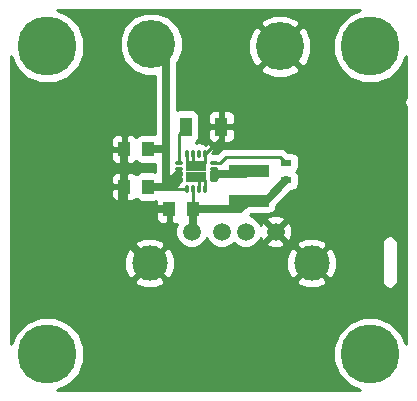
<source format=gbr>
G04 #@! TF.FileFunction,Copper,L1,Top,Signal*
%FSLAX46Y46*%
G04 Gerber Fmt 4.6, Leading zero omitted, Abs format (unit mm)*
G04 Created by KiCad (PCBNEW (2015-07-31 BZR 6030)-product) date Sat Sep 12 09:46:02 2015*
%MOMM*%
G01*
G04 APERTURE LIST*
%ADD10C,0.100000*%
%ADD11C,5.000000*%
%ADD12R,1.000000X1.250000*%
%ADD13R,1.000000X1.600000*%
%ADD14C,1.501140*%
%ADD15C,2.999740*%
%ADD16R,3.400000X0.980000*%
%ADD17R,0.900000X0.500000*%
%ADD18O,0.750000X0.300000*%
%ADD19O,0.300000X0.750000*%
%ADD20R,0.900000X0.900000*%
%ADD21C,4.064000*%
%ADD22C,0.700000*%
%ADD23C,0.250000*%
%ADD24C,0.635000*%
%ADD25C,0.254000*%
G04 APERTURE END LIST*
D10*
D11*
X130811800Y-46265400D03*
X130811800Y-72300400D03*
X158116800Y-72300400D03*
D12*
X139316800Y-54950400D03*
X137316800Y-54950400D03*
X139316800Y-58125400D03*
X137316800Y-58125400D03*
D13*
X142531800Y-53045400D03*
X145531800Y-53045400D03*
D12*
X143126800Y-60030400D03*
X141126800Y-60030400D03*
D14*
X150127800Y-61935400D03*
X147587800Y-61935400D03*
X145555800Y-61935400D03*
X143015800Y-61935400D03*
D15*
X153175800Y-64602400D03*
X139459800Y-64602400D03*
D16*
X147841800Y-56770400D03*
X147841800Y-59310400D03*
D17*
X151016800Y-57605400D03*
X151016800Y-56105400D03*
D18*
X144871800Y-57605400D03*
X144871800Y-57105400D03*
X144871800Y-56605400D03*
X144871800Y-56105400D03*
D19*
X144146800Y-55380400D03*
X143646800Y-55380400D03*
X143146800Y-55380400D03*
X142646800Y-55380400D03*
D18*
X141921800Y-56105400D03*
X141921800Y-56605400D03*
X141921800Y-57105400D03*
X141921800Y-57605400D03*
D19*
X142646800Y-58330400D03*
X143146800Y-58330400D03*
X143646800Y-58330400D03*
X144146800Y-58330400D03*
D20*
X142946800Y-56405400D03*
X142946800Y-57305400D03*
X143846800Y-56405400D03*
X143846800Y-57305400D03*
D21*
X150496800Y-46265400D03*
X139586800Y-46060400D03*
D11*
X158116800Y-46265400D03*
D22*
X142946800Y-57305400D03*
X142946800Y-56405400D03*
X143846800Y-56405400D03*
X143846800Y-57305400D03*
D23*
X144146800Y-56105400D02*
X143846800Y-56405400D01*
X145531800Y-53045400D02*
X145531800Y-53995400D01*
X145531800Y-53995400D02*
X144146800Y-55380400D01*
D24*
X141126800Y-60030400D02*
X137161800Y-60030400D01*
X137316800Y-54950400D02*
X137316800Y-58125400D01*
X137316800Y-58125400D02*
X137161800Y-58280400D01*
X137161800Y-58280400D02*
X137161800Y-60030400D01*
X137161800Y-60030400D02*
X137161800Y-62304400D01*
X137161800Y-62304400D02*
X139459800Y-64602400D01*
D23*
X144146800Y-55380400D02*
X144146800Y-56105400D01*
X143646800Y-58330400D02*
X143646800Y-57505400D01*
X143646800Y-57505400D02*
X143846800Y-57305400D01*
X144146800Y-58330400D02*
X144146800Y-57605400D01*
X144146800Y-57605400D02*
X143846800Y-57305400D01*
X142646800Y-55380400D02*
X142646800Y-56105400D01*
X142646800Y-56105400D02*
X142946800Y-56405400D01*
X143146800Y-55380400D02*
X143146800Y-56205400D01*
X143146800Y-56205400D02*
X142946800Y-56405400D01*
X141921800Y-56605400D02*
X141921800Y-57105400D01*
X142646800Y-58330400D02*
X141606800Y-58330400D01*
X141606800Y-58330400D02*
X141401800Y-58125400D01*
X141921800Y-56605400D02*
X141036800Y-57490400D01*
D24*
X141921800Y-57105400D02*
X141536800Y-57490400D01*
X141536800Y-57490400D02*
X141036800Y-57490400D01*
X141036800Y-57490400D02*
X140856800Y-57490400D01*
X141921800Y-57605400D02*
X141401800Y-58125400D01*
X141401800Y-58125400D02*
X140856800Y-58125400D01*
X139316800Y-58125400D02*
X140856800Y-58125400D01*
X140856800Y-57490400D02*
X140856800Y-54950400D01*
X140856800Y-58125400D02*
X140856800Y-57490400D01*
X139316800Y-54950400D02*
X140856800Y-54950400D01*
X139586800Y-46060400D02*
X140856800Y-47330400D01*
X140856800Y-47330400D02*
X140856800Y-54950400D01*
D23*
X143146800Y-58330400D02*
X143146800Y-60010400D01*
X143146800Y-60010400D02*
X143126800Y-60030400D01*
D24*
X151016800Y-57605400D02*
X149311800Y-59310400D01*
X149311800Y-59310400D02*
X147841800Y-59310400D01*
X147841800Y-59310400D02*
X147121800Y-60030400D01*
X147121800Y-60030400D02*
X143126800Y-60030400D01*
X143126800Y-60030400D02*
X143126800Y-61824400D01*
X143126800Y-61824400D02*
X143015800Y-61935400D01*
D23*
X141921800Y-56105400D02*
X141921800Y-53655400D01*
X141921800Y-53655400D02*
X142531800Y-53045400D01*
X144871800Y-57605400D02*
X144871800Y-56605400D01*
X144871800Y-56605400D02*
X144666800Y-56810400D01*
X144666800Y-56810400D02*
X144666800Y-57490400D01*
X144666800Y-57490400D02*
X144871800Y-57605400D01*
X144871800Y-57605400D02*
X145706800Y-56770400D01*
X145706800Y-56770400D02*
X147841800Y-56770400D01*
X144871800Y-56605400D02*
X144871800Y-56650400D01*
X144871800Y-56650400D02*
X144991800Y-56770400D01*
X144991800Y-56770400D02*
X147841800Y-56770400D01*
D24*
X144871800Y-57105400D02*
X147506800Y-57105400D01*
X147506800Y-57105400D02*
X147841800Y-56770400D01*
D23*
X144871800Y-56105400D02*
X145416800Y-56105400D01*
X150496800Y-55585400D02*
X151016800Y-56105400D01*
X145936800Y-55585400D02*
X150496800Y-55585400D01*
X145416800Y-56105400D02*
X145936800Y-55585400D01*
D25*
G36*
X156343285Y-43606127D02*
X155460626Y-44487247D01*
X154982346Y-45639074D01*
X154981257Y-46886254D01*
X155457527Y-48038915D01*
X156338647Y-48921574D01*
X157490474Y-49399854D01*
X158737654Y-49400943D01*
X159890315Y-48924673D01*
X160772974Y-48043553D01*
X161164800Y-47099931D01*
X161164800Y-50589520D01*
X161063543Y-50741062D01*
X161011400Y-51003200D01*
X161063543Y-51265338D01*
X161164800Y-51416880D01*
X161164800Y-71467676D01*
X160776073Y-70526885D01*
X159894953Y-69644226D01*
X158743126Y-69165946D01*
X157495946Y-69164857D01*
X156343285Y-69641127D01*
X155460626Y-70522247D01*
X154982346Y-71674074D01*
X154981257Y-72921254D01*
X155457527Y-74073915D01*
X156338647Y-74956574D01*
X157282269Y-75348400D01*
X131644524Y-75348400D01*
X132585315Y-74959673D01*
X133467974Y-74078553D01*
X133946254Y-72926726D01*
X133947343Y-71679546D01*
X133471073Y-70526885D01*
X132589953Y-69644226D01*
X131438126Y-69165946D01*
X130190946Y-69164857D01*
X129038285Y-69641127D01*
X128155626Y-70522247D01*
X127763800Y-71465869D01*
X127763800Y-66116277D01*
X138125528Y-66116277D01*
X138285295Y-66435032D01*
X139076017Y-66744995D01*
X139925166Y-66728767D01*
X140634305Y-66435032D01*
X140794072Y-66116277D01*
X151841528Y-66116277D01*
X152001295Y-66435032D01*
X152792017Y-66744995D01*
X153641166Y-66728767D01*
X154350305Y-66435032D01*
X154510072Y-66116277D01*
X153175800Y-64782005D01*
X151841528Y-66116277D01*
X140794072Y-66116277D01*
X139459800Y-64782005D01*
X138125528Y-66116277D01*
X127763800Y-66116277D01*
X127763800Y-64218617D01*
X137317205Y-64218617D01*
X137333433Y-65067766D01*
X137627168Y-65776905D01*
X137945923Y-65936672D01*
X139280195Y-64602400D01*
X139639405Y-64602400D01*
X140973677Y-65936672D01*
X141292432Y-65776905D01*
X141602395Y-64986183D01*
X141587727Y-64218617D01*
X151033205Y-64218617D01*
X151049433Y-65067766D01*
X151343168Y-65776905D01*
X151661923Y-65936672D01*
X152996195Y-64602400D01*
X153355405Y-64602400D01*
X154689677Y-65936672D01*
X155008432Y-65776905D01*
X155318395Y-64986183D01*
X155302167Y-64137034D01*
X155008432Y-63427895D01*
X154689677Y-63268128D01*
X153355405Y-64602400D01*
X152996195Y-64602400D01*
X151661923Y-63268128D01*
X151343168Y-63427895D01*
X151033205Y-64218617D01*
X141587727Y-64218617D01*
X141586167Y-64137034D01*
X141292432Y-63427895D01*
X140973677Y-63268128D01*
X139639405Y-64602400D01*
X139280195Y-64602400D01*
X137945923Y-63268128D01*
X137627168Y-63427895D01*
X137317205Y-64218617D01*
X127763800Y-64218617D01*
X127763800Y-63088523D01*
X138125528Y-63088523D01*
X139459800Y-64422795D01*
X140794072Y-63088523D01*
X140634305Y-62769768D01*
X139843583Y-62459805D01*
X138994434Y-62476033D01*
X138285295Y-62769768D01*
X138125528Y-63088523D01*
X127763800Y-63088523D01*
X127763800Y-60316150D01*
X139991800Y-60316150D01*
X139991800Y-60781710D01*
X140088473Y-61015099D01*
X140267102Y-61193727D01*
X140500491Y-61290400D01*
X140841050Y-61290400D01*
X140999800Y-61131650D01*
X140999800Y-60157400D01*
X140150550Y-60157400D01*
X139991800Y-60316150D01*
X127763800Y-60316150D01*
X127763800Y-58411150D01*
X136181800Y-58411150D01*
X136181800Y-58876710D01*
X136278473Y-59110099D01*
X136457102Y-59288727D01*
X136690491Y-59385400D01*
X137031050Y-59385400D01*
X137189800Y-59226650D01*
X137189800Y-58252400D01*
X136340550Y-58252400D01*
X136181800Y-58411150D01*
X127763800Y-58411150D01*
X127763800Y-57374090D01*
X136181800Y-57374090D01*
X136181800Y-57839650D01*
X136340550Y-57998400D01*
X137189800Y-57998400D01*
X137189800Y-57024150D01*
X137031050Y-56865400D01*
X136690491Y-56865400D01*
X136457102Y-56962073D01*
X136278473Y-57140701D01*
X136181800Y-57374090D01*
X127763800Y-57374090D01*
X127763800Y-55236150D01*
X136181800Y-55236150D01*
X136181800Y-55701710D01*
X136278473Y-55935099D01*
X136457102Y-56113727D01*
X136690491Y-56210400D01*
X137031050Y-56210400D01*
X137189800Y-56051650D01*
X137189800Y-55077400D01*
X136340550Y-55077400D01*
X136181800Y-55236150D01*
X127763800Y-55236150D01*
X127763800Y-54199090D01*
X136181800Y-54199090D01*
X136181800Y-54664650D01*
X136340550Y-54823400D01*
X137189800Y-54823400D01*
X137189800Y-53849150D01*
X137031050Y-53690400D01*
X136690491Y-53690400D01*
X136457102Y-53787073D01*
X136278473Y-53965701D01*
X136181800Y-54199090D01*
X127763800Y-54199090D01*
X127763800Y-47098124D01*
X128152527Y-48038915D01*
X129033647Y-48921574D01*
X130185474Y-49399854D01*
X131432654Y-49400943D01*
X132585315Y-48924673D01*
X133467974Y-48043553D01*
X133946254Y-46891726D01*
X133946518Y-46588572D01*
X136919338Y-46588572D01*
X137324509Y-47569161D01*
X138074093Y-48320055D01*
X139053973Y-48726936D01*
X139904300Y-48727678D01*
X139904300Y-53695679D01*
X139816800Y-53677960D01*
X138816800Y-53677960D01*
X138581483Y-53722238D01*
X138365359Y-53861310D01*
X138318831Y-53929406D01*
X138176498Y-53787073D01*
X137943109Y-53690400D01*
X137602550Y-53690400D01*
X137443800Y-53849150D01*
X137443800Y-54823400D01*
X137463800Y-54823400D01*
X137463800Y-55077400D01*
X137443800Y-55077400D01*
X137443800Y-56051650D01*
X137602550Y-56210400D01*
X137943109Y-56210400D01*
X138176498Y-56113727D01*
X138317736Y-55972490D01*
X138352710Y-56026841D01*
X138564910Y-56171831D01*
X138816800Y-56222840D01*
X139816800Y-56222840D01*
X139904300Y-56206376D01*
X139904300Y-56870679D01*
X139816800Y-56852960D01*
X138816800Y-56852960D01*
X138581483Y-56897238D01*
X138365359Y-57036310D01*
X138318831Y-57104406D01*
X138176498Y-56962073D01*
X137943109Y-56865400D01*
X137602550Y-56865400D01*
X137443800Y-57024150D01*
X137443800Y-57998400D01*
X137463800Y-57998400D01*
X137463800Y-58252400D01*
X137443800Y-58252400D01*
X137443800Y-59226650D01*
X137602550Y-59385400D01*
X137943109Y-59385400D01*
X138176498Y-59288727D01*
X138317736Y-59147490D01*
X138352710Y-59201841D01*
X138564910Y-59346831D01*
X138816800Y-59397840D01*
X139816800Y-59397840D01*
X139991800Y-59364911D01*
X139991800Y-59744650D01*
X140150550Y-59903400D01*
X140999800Y-59903400D01*
X140999800Y-59883400D01*
X141253800Y-59883400D01*
X141253800Y-59903400D01*
X141273800Y-59903400D01*
X141273800Y-60157400D01*
X141253800Y-60157400D01*
X141253800Y-61131650D01*
X141412550Y-61290400D01*
X141753109Y-61290400D01*
X141789637Y-61275269D01*
X141630471Y-61658584D01*
X141629990Y-62209798D01*
X141840486Y-62719237D01*
X142229913Y-63109344D01*
X142738984Y-63320729D01*
X143290198Y-63321210D01*
X143799637Y-63110714D01*
X144189744Y-62721287D01*
X144285775Y-62490019D01*
X144380486Y-62719237D01*
X144769913Y-63109344D01*
X145278984Y-63320729D01*
X145830198Y-63321210D01*
X146339637Y-63110714D01*
X146571863Y-62878893D01*
X146801913Y-63109344D01*
X147310984Y-63320729D01*
X147862198Y-63321210D01*
X148371637Y-63110714D01*
X148575376Y-62907330D01*
X149335475Y-62907330D01*
X149403535Y-63148331D01*
X149922834Y-63333167D01*
X150473338Y-63305205D01*
X150852065Y-63148331D01*
X150868955Y-63088523D01*
X151841528Y-63088523D01*
X153175800Y-64422795D01*
X154510072Y-63088523D01*
X154429515Y-62927800D01*
X159108200Y-62927800D01*
X159108200Y-66102800D01*
X159160343Y-66364938D01*
X159308832Y-66587168D01*
X159531062Y-66735657D01*
X159793200Y-66787800D01*
X160055338Y-66735657D01*
X160277568Y-66587168D01*
X160426057Y-66364938D01*
X160478200Y-66102800D01*
X160478200Y-62927800D01*
X160426057Y-62665662D01*
X160277568Y-62443432D01*
X160055338Y-62294943D01*
X159793200Y-62242800D01*
X159531062Y-62294943D01*
X159308832Y-62443432D01*
X159160343Y-62665662D01*
X159108200Y-62927800D01*
X154429515Y-62927800D01*
X154350305Y-62769768D01*
X153559583Y-62459805D01*
X152710434Y-62476033D01*
X152001295Y-62769768D01*
X151841528Y-63088523D01*
X150868955Y-63088523D01*
X150920125Y-62907330D01*
X150127800Y-62115005D01*
X149335475Y-62907330D01*
X148575376Y-62907330D01*
X148761744Y-62721287D01*
X148851179Y-62505904D01*
X148914869Y-62659665D01*
X149155870Y-62727725D01*
X149948195Y-61935400D01*
X150307405Y-61935400D01*
X151099730Y-62727725D01*
X151340731Y-62659665D01*
X151525567Y-62140366D01*
X151497605Y-61589862D01*
X151340731Y-61211135D01*
X151099730Y-61143075D01*
X150307405Y-61935400D01*
X149948195Y-61935400D01*
X149155870Y-61143075D01*
X148914869Y-61211135D01*
X148856031Y-61376440D01*
X148763114Y-61151563D01*
X148575349Y-60963470D01*
X149335475Y-60963470D01*
X150127800Y-61755795D01*
X150920125Y-60963470D01*
X150852065Y-60722469D01*
X150332766Y-60537633D01*
X149782262Y-60565595D01*
X149403535Y-60722469D01*
X149335475Y-60963470D01*
X148575349Y-60963470D01*
X148373687Y-60761456D01*
X147924359Y-60574879D01*
X148051398Y-60447840D01*
X149541800Y-60447840D01*
X149777117Y-60403562D01*
X149993241Y-60264490D01*
X150138231Y-60052290D01*
X150189240Y-59800400D01*
X150189240Y-59779998D01*
X151466398Y-58502840D01*
X151466800Y-58502840D01*
X151702117Y-58458562D01*
X151918241Y-58319490D01*
X152063231Y-58107290D01*
X152114240Y-57855400D01*
X152114240Y-57355400D01*
X152069962Y-57120083D01*
X151930890Y-56903959D01*
X151861089Y-56856266D01*
X151918241Y-56819490D01*
X152063231Y-56607290D01*
X152114240Y-56355400D01*
X152114240Y-55855400D01*
X152069962Y-55620083D01*
X151930890Y-55403959D01*
X151718690Y-55258969D01*
X151466800Y-55207960D01*
X151194162Y-55207960D01*
X151034201Y-55047999D01*
X150787639Y-54883252D01*
X150496800Y-54825400D01*
X145936800Y-54825400D01*
X145645961Y-54883252D01*
X145399399Y-55047999D01*
X145125271Y-55322127D01*
X145116587Y-55320400D01*
X144931800Y-55320400D01*
X144931800Y-55253398D01*
X144780927Y-55253398D01*
X144945243Y-55128161D01*
X144874041Y-54824684D01*
X144692124Y-54571555D01*
X144427186Y-54407311D01*
X144343116Y-54395344D01*
X144221800Y-54533657D01*
X144221800Y-54610348D01*
X144201879Y-54580534D01*
X143986960Y-54436931D01*
X143950484Y-54395344D01*
X143904548Y-54401883D01*
X143646800Y-54350613D01*
X143389052Y-54401883D01*
X143348606Y-54396125D01*
X143483241Y-54309490D01*
X143628231Y-54097290D01*
X143679240Y-53845400D01*
X143679240Y-53331150D01*
X144396800Y-53331150D01*
X144396800Y-53971710D01*
X144493473Y-54205099D01*
X144672102Y-54383727D01*
X144905491Y-54480400D01*
X145246050Y-54480400D01*
X145404800Y-54321650D01*
X145404800Y-53172400D01*
X145658800Y-53172400D01*
X145658800Y-54321650D01*
X145817550Y-54480400D01*
X146158109Y-54480400D01*
X146391498Y-54383727D01*
X146570127Y-54205099D01*
X146666800Y-53971710D01*
X146666800Y-53331150D01*
X146508050Y-53172400D01*
X145658800Y-53172400D01*
X145404800Y-53172400D01*
X144555550Y-53172400D01*
X144396800Y-53331150D01*
X143679240Y-53331150D01*
X143679240Y-52245400D01*
X143655474Y-52119090D01*
X144396800Y-52119090D01*
X144396800Y-52759650D01*
X144555550Y-52918400D01*
X145404800Y-52918400D01*
X145404800Y-51769150D01*
X145658800Y-51769150D01*
X145658800Y-52918400D01*
X146508050Y-52918400D01*
X146666800Y-52759650D01*
X146666800Y-52119090D01*
X146570127Y-51885701D01*
X146391498Y-51707073D01*
X146158109Y-51610400D01*
X145817550Y-51610400D01*
X145658800Y-51769150D01*
X145404800Y-51769150D01*
X145246050Y-51610400D01*
X144905491Y-51610400D01*
X144672102Y-51707073D01*
X144493473Y-51885701D01*
X144396800Y-52119090D01*
X143655474Y-52119090D01*
X143634962Y-52010083D01*
X143495890Y-51793959D01*
X143283690Y-51648969D01*
X143031800Y-51597960D01*
X142031800Y-51597960D01*
X141809300Y-51639826D01*
X141809300Y-48163521D01*
X148778284Y-48163521D01*
X149002954Y-48537568D01*
X149986188Y-48936280D01*
X151047157Y-48928375D01*
X151990646Y-48537568D01*
X152215316Y-48163521D01*
X150496800Y-46445005D01*
X148778284Y-48163521D01*
X141809300Y-48163521D01*
X141809300Y-47610197D01*
X141846455Y-47573107D01*
X142253336Y-46593227D01*
X142254067Y-45754788D01*
X147825920Y-45754788D01*
X147833825Y-46815757D01*
X148224632Y-47759246D01*
X148598679Y-47983916D01*
X150317195Y-46265400D01*
X150676405Y-46265400D01*
X152394921Y-47983916D01*
X152768968Y-47759246D01*
X153167680Y-46776012D01*
X153159775Y-45715043D01*
X152768968Y-44771554D01*
X152394921Y-44546884D01*
X150676405Y-46265400D01*
X150317195Y-46265400D01*
X148598679Y-44546884D01*
X148224632Y-44771554D01*
X147825920Y-45754788D01*
X142254067Y-45754788D01*
X142254262Y-45532228D01*
X141849091Y-44551639D01*
X141665053Y-44367279D01*
X148778284Y-44367279D01*
X150496800Y-46085795D01*
X152215316Y-44367279D01*
X151990646Y-43993232D01*
X151007412Y-43594520D01*
X149946443Y-43602425D01*
X149002954Y-43993232D01*
X148778284Y-44367279D01*
X141665053Y-44367279D01*
X141099507Y-43800745D01*
X140119627Y-43393864D01*
X139058628Y-43392938D01*
X138078039Y-43798109D01*
X137327145Y-44547693D01*
X136920264Y-45527573D01*
X136919338Y-46588572D01*
X133946518Y-46588572D01*
X133947343Y-45644546D01*
X133471073Y-44491885D01*
X132589953Y-43609226D01*
X131646331Y-43217400D01*
X157284076Y-43217400D01*
X156343285Y-43606127D01*
X156343285Y-43606127D01*
G37*
X156343285Y-43606127D02*
X155460626Y-44487247D01*
X154982346Y-45639074D01*
X154981257Y-46886254D01*
X155457527Y-48038915D01*
X156338647Y-48921574D01*
X157490474Y-49399854D01*
X158737654Y-49400943D01*
X159890315Y-48924673D01*
X160772974Y-48043553D01*
X161164800Y-47099931D01*
X161164800Y-50589520D01*
X161063543Y-50741062D01*
X161011400Y-51003200D01*
X161063543Y-51265338D01*
X161164800Y-51416880D01*
X161164800Y-71467676D01*
X160776073Y-70526885D01*
X159894953Y-69644226D01*
X158743126Y-69165946D01*
X157495946Y-69164857D01*
X156343285Y-69641127D01*
X155460626Y-70522247D01*
X154982346Y-71674074D01*
X154981257Y-72921254D01*
X155457527Y-74073915D01*
X156338647Y-74956574D01*
X157282269Y-75348400D01*
X131644524Y-75348400D01*
X132585315Y-74959673D01*
X133467974Y-74078553D01*
X133946254Y-72926726D01*
X133947343Y-71679546D01*
X133471073Y-70526885D01*
X132589953Y-69644226D01*
X131438126Y-69165946D01*
X130190946Y-69164857D01*
X129038285Y-69641127D01*
X128155626Y-70522247D01*
X127763800Y-71465869D01*
X127763800Y-66116277D01*
X138125528Y-66116277D01*
X138285295Y-66435032D01*
X139076017Y-66744995D01*
X139925166Y-66728767D01*
X140634305Y-66435032D01*
X140794072Y-66116277D01*
X151841528Y-66116277D01*
X152001295Y-66435032D01*
X152792017Y-66744995D01*
X153641166Y-66728767D01*
X154350305Y-66435032D01*
X154510072Y-66116277D01*
X153175800Y-64782005D01*
X151841528Y-66116277D01*
X140794072Y-66116277D01*
X139459800Y-64782005D01*
X138125528Y-66116277D01*
X127763800Y-66116277D01*
X127763800Y-64218617D01*
X137317205Y-64218617D01*
X137333433Y-65067766D01*
X137627168Y-65776905D01*
X137945923Y-65936672D01*
X139280195Y-64602400D01*
X139639405Y-64602400D01*
X140973677Y-65936672D01*
X141292432Y-65776905D01*
X141602395Y-64986183D01*
X141587727Y-64218617D01*
X151033205Y-64218617D01*
X151049433Y-65067766D01*
X151343168Y-65776905D01*
X151661923Y-65936672D01*
X152996195Y-64602400D01*
X153355405Y-64602400D01*
X154689677Y-65936672D01*
X155008432Y-65776905D01*
X155318395Y-64986183D01*
X155302167Y-64137034D01*
X155008432Y-63427895D01*
X154689677Y-63268128D01*
X153355405Y-64602400D01*
X152996195Y-64602400D01*
X151661923Y-63268128D01*
X151343168Y-63427895D01*
X151033205Y-64218617D01*
X141587727Y-64218617D01*
X141586167Y-64137034D01*
X141292432Y-63427895D01*
X140973677Y-63268128D01*
X139639405Y-64602400D01*
X139280195Y-64602400D01*
X137945923Y-63268128D01*
X137627168Y-63427895D01*
X137317205Y-64218617D01*
X127763800Y-64218617D01*
X127763800Y-63088523D01*
X138125528Y-63088523D01*
X139459800Y-64422795D01*
X140794072Y-63088523D01*
X140634305Y-62769768D01*
X139843583Y-62459805D01*
X138994434Y-62476033D01*
X138285295Y-62769768D01*
X138125528Y-63088523D01*
X127763800Y-63088523D01*
X127763800Y-60316150D01*
X139991800Y-60316150D01*
X139991800Y-60781710D01*
X140088473Y-61015099D01*
X140267102Y-61193727D01*
X140500491Y-61290400D01*
X140841050Y-61290400D01*
X140999800Y-61131650D01*
X140999800Y-60157400D01*
X140150550Y-60157400D01*
X139991800Y-60316150D01*
X127763800Y-60316150D01*
X127763800Y-58411150D01*
X136181800Y-58411150D01*
X136181800Y-58876710D01*
X136278473Y-59110099D01*
X136457102Y-59288727D01*
X136690491Y-59385400D01*
X137031050Y-59385400D01*
X137189800Y-59226650D01*
X137189800Y-58252400D01*
X136340550Y-58252400D01*
X136181800Y-58411150D01*
X127763800Y-58411150D01*
X127763800Y-57374090D01*
X136181800Y-57374090D01*
X136181800Y-57839650D01*
X136340550Y-57998400D01*
X137189800Y-57998400D01*
X137189800Y-57024150D01*
X137031050Y-56865400D01*
X136690491Y-56865400D01*
X136457102Y-56962073D01*
X136278473Y-57140701D01*
X136181800Y-57374090D01*
X127763800Y-57374090D01*
X127763800Y-55236150D01*
X136181800Y-55236150D01*
X136181800Y-55701710D01*
X136278473Y-55935099D01*
X136457102Y-56113727D01*
X136690491Y-56210400D01*
X137031050Y-56210400D01*
X137189800Y-56051650D01*
X137189800Y-55077400D01*
X136340550Y-55077400D01*
X136181800Y-55236150D01*
X127763800Y-55236150D01*
X127763800Y-54199090D01*
X136181800Y-54199090D01*
X136181800Y-54664650D01*
X136340550Y-54823400D01*
X137189800Y-54823400D01*
X137189800Y-53849150D01*
X137031050Y-53690400D01*
X136690491Y-53690400D01*
X136457102Y-53787073D01*
X136278473Y-53965701D01*
X136181800Y-54199090D01*
X127763800Y-54199090D01*
X127763800Y-47098124D01*
X128152527Y-48038915D01*
X129033647Y-48921574D01*
X130185474Y-49399854D01*
X131432654Y-49400943D01*
X132585315Y-48924673D01*
X133467974Y-48043553D01*
X133946254Y-46891726D01*
X133946518Y-46588572D01*
X136919338Y-46588572D01*
X137324509Y-47569161D01*
X138074093Y-48320055D01*
X139053973Y-48726936D01*
X139904300Y-48727678D01*
X139904300Y-53695679D01*
X139816800Y-53677960D01*
X138816800Y-53677960D01*
X138581483Y-53722238D01*
X138365359Y-53861310D01*
X138318831Y-53929406D01*
X138176498Y-53787073D01*
X137943109Y-53690400D01*
X137602550Y-53690400D01*
X137443800Y-53849150D01*
X137443800Y-54823400D01*
X137463800Y-54823400D01*
X137463800Y-55077400D01*
X137443800Y-55077400D01*
X137443800Y-56051650D01*
X137602550Y-56210400D01*
X137943109Y-56210400D01*
X138176498Y-56113727D01*
X138317736Y-55972490D01*
X138352710Y-56026841D01*
X138564910Y-56171831D01*
X138816800Y-56222840D01*
X139816800Y-56222840D01*
X139904300Y-56206376D01*
X139904300Y-56870679D01*
X139816800Y-56852960D01*
X138816800Y-56852960D01*
X138581483Y-56897238D01*
X138365359Y-57036310D01*
X138318831Y-57104406D01*
X138176498Y-56962073D01*
X137943109Y-56865400D01*
X137602550Y-56865400D01*
X137443800Y-57024150D01*
X137443800Y-57998400D01*
X137463800Y-57998400D01*
X137463800Y-58252400D01*
X137443800Y-58252400D01*
X137443800Y-59226650D01*
X137602550Y-59385400D01*
X137943109Y-59385400D01*
X138176498Y-59288727D01*
X138317736Y-59147490D01*
X138352710Y-59201841D01*
X138564910Y-59346831D01*
X138816800Y-59397840D01*
X139816800Y-59397840D01*
X139991800Y-59364911D01*
X139991800Y-59744650D01*
X140150550Y-59903400D01*
X140999800Y-59903400D01*
X140999800Y-59883400D01*
X141253800Y-59883400D01*
X141253800Y-59903400D01*
X141273800Y-59903400D01*
X141273800Y-60157400D01*
X141253800Y-60157400D01*
X141253800Y-61131650D01*
X141412550Y-61290400D01*
X141753109Y-61290400D01*
X141789637Y-61275269D01*
X141630471Y-61658584D01*
X141629990Y-62209798D01*
X141840486Y-62719237D01*
X142229913Y-63109344D01*
X142738984Y-63320729D01*
X143290198Y-63321210D01*
X143799637Y-63110714D01*
X144189744Y-62721287D01*
X144285775Y-62490019D01*
X144380486Y-62719237D01*
X144769913Y-63109344D01*
X145278984Y-63320729D01*
X145830198Y-63321210D01*
X146339637Y-63110714D01*
X146571863Y-62878893D01*
X146801913Y-63109344D01*
X147310984Y-63320729D01*
X147862198Y-63321210D01*
X148371637Y-63110714D01*
X148575376Y-62907330D01*
X149335475Y-62907330D01*
X149403535Y-63148331D01*
X149922834Y-63333167D01*
X150473338Y-63305205D01*
X150852065Y-63148331D01*
X150868955Y-63088523D01*
X151841528Y-63088523D01*
X153175800Y-64422795D01*
X154510072Y-63088523D01*
X154429515Y-62927800D01*
X159108200Y-62927800D01*
X159108200Y-66102800D01*
X159160343Y-66364938D01*
X159308832Y-66587168D01*
X159531062Y-66735657D01*
X159793200Y-66787800D01*
X160055338Y-66735657D01*
X160277568Y-66587168D01*
X160426057Y-66364938D01*
X160478200Y-66102800D01*
X160478200Y-62927800D01*
X160426057Y-62665662D01*
X160277568Y-62443432D01*
X160055338Y-62294943D01*
X159793200Y-62242800D01*
X159531062Y-62294943D01*
X159308832Y-62443432D01*
X159160343Y-62665662D01*
X159108200Y-62927800D01*
X154429515Y-62927800D01*
X154350305Y-62769768D01*
X153559583Y-62459805D01*
X152710434Y-62476033D01*
X152001295Y-62769768D01*
X151841528Y-63088523D01*
X150868955Y-63088523D01*
X150920125Y-62907330D01*
X150127800Y-62115005D01*
X149335475Y-62907330D01*
X148575376Y-62907330D01*
X148761744Y-62721287D01*
X148851179Y-62505904D01*
X148914869Y-62659665D01*
X149155870Y-62727725D01*
X149948195Y-61935400D01*
X150307405Y-61935400D01*
X151099730Y-62727725D01*
X151340731Y-62659665D01*
X151525567Y-62140366D01*
X151497605Y-61589862D01*
X151340731Y-61211135D01*
X151099730Y-61143075D01*
X150307405Y-61935400D01*
X149948195Y-61935400D01*
X149155870Y-61143075D01*
X148914869Y-61211135D01*
X148856031Y-61376440D01*
X148763114Y-61151563D01*
X148575349Y-60963470D01*
X149335475Y-60963470D01*
X150127800Y-61755795D01*
X150920125Y-60963470D01*
X150852065Y-60722469D01*
X150332766Y-60537633D01*
X149782262Y-60565595D01*
X149403535Y-60722469D01*
X149335475Y-60963470D01*
X148575349Y-60963470D01*
X148373687Y-60761456D01*
X147924359Y-60574879D01*
X148051398Y-60447840D01*
X149541800Y-60447840D01*
X149777117Y-60403562D01*
X149993241Y-60264490D01*
X150138231Y-60052290D01*
X150189240Y-59800400D01*
X150189240Y-59779998D01*
X151466398Y-58502840D01*
X151466800Y-58502840D01*
X151702117Y-58458562D01*
X151918241Y-58319490D01*
X152063231Y-58107290D01*
X152114240Y-57855400D01*
X152114240Y-57355400D01*
X152069962Y-57120083D01*
X151930890Y-56903959D01*
X151861089Y-56856266D01*
X151918241Y-56819490D01*
X152063231Y-56607290D01*
X152114240Y-56355400D01*
X152114240Y-55855400D01*
X152069962Y-55620083D01*
X151930890Y-55403959D01*
X151718690Y-55258969D01*
X151466800Y-55207960D01*
X151194162Y-55207960D01*
X151034201Y-55047999D01*
X150787639Y-54883252D01*
X150496800Y-54825400D01*
X145936800Y-54825400D01*
X145645961Y-54883252D01*
X145399399Y-55047999D01*
X145125271Y-55322127D01*
X145116587Y-55320400D01*
X144931800Y-55320400D01*
X144931800Y-55253398D01*
X144780927Y-55253398D01*
X144945243Y-55128161D01*
X144874041Y-54824684D01*
X144692124Y-54571555D01*
X144427186Y-54407311D01*
X144343116Y-54395344D01*
X144221800Y-54533657D01*
X144221800Y-54610348D01*
X144201879Y-54580534D01*
X143986960Y-54436931D01*
X143950484Y-54395344D01*
X143904548Y-54401883D01*
X143646800Y-54350613D01*
X143389052Y-54401883D01*
X143348606Y-54396125D01*
X143483241Y-54309490D01*
X143628231Y-54097290D01*
X143679240Y-53845400D01*
X143679240Y-53331150D01*
X144396800Y-53331150D01*
X144396800Y-53971710D01*
X144493473Y-54205099D01*
X144672102Y-54383727D01*
X144905491Y-54480400D01*
X145246050Y-54480400D01*
X145404800Y-54321650D01*
X145404800Y-53172400D01*
X145658800Y-53172400D01*
X145658800Y-54321650D01*
X145817550Y-54480400D01*
X146158109Y-54480400D01*
X146391498Y-54383727D01*
X146570127Y-54205099D01*
X146666800Y-53971710D01*
X146666800Y-53331150D01*
X146508050Y-53172400D01*
X145658800Y-53172400D01*
X145404800Y-53172400D01*
X144555550Y-53172400D01*
X144396800Y-53331150D01*
X143679240Y-53331150D01*
X143679240Y-52245400D01*
X143655474Y-52119090D01*
X144396800Y-52119090D01*
X144396800Y-52759650D01*
X144555550Y-52918400D01*
X145404800Y-52918400D01*
X145404800Y-51769150D01*
X145658800Y-51769150D01*
X145658800Y-52918400D01*
X146508050Y-52918400D01*
X146666800Y-52759650D01*
X146666800Y-52119090D01*
X146570127Y-51885701D01*
X146391498Y-51707073D01*
X146158109Y-51610400D01*
X145817550Y-51610400D01*
X145658800Y-51769150D01*
X145404800Y-51769150D01*
X145246050Y-51610400D01*
X144905491Y-51610400D01*
X144672102Y-51707073D01*
X144493473Y-51885701D01*
X144396800Y-52119090D01*
X143655474Y-52119090D01*
X143634962Y-52010083D01*
X143495890Y-51793959D01*
X143283690Y-51648969D01*
X143031800Y-51597960D01*
X142031800Y-51597960D01*
X141809300Y-51639826D01*
X141809300Y-48163521D01*
X148778284Y-48163521D01*
X149002954Y-48537568D01*
X149986188Y-48936280D01*
X151047157Y-48928375D01*
X151990646Y-48537568D01*
X152215316Y-48163521D01*
X150496800Y-46445005D01*
X148778284Y-48163521D01*
X141809300Y-48163521D01*
X141809300Y-47610197D01*
X141846455Y-47573107D01*
X142253336Y-46593227D01*
X142254067Y-45754788D01*
X147825920Y-45754788D01*
X147833825Y-46815757D01*
X148224632Y-47759246D01*
X148598679Y-47983916D01*
X150317195Y-46265400D01*
X150676405Y-46265400D01*
X152394921Y-47983916D01*
X152768968Y-47759246D01*
X153167680Y-46776012D01*
X153159775Y-45715043D01*
X152768968Y-44771554D01*
X152394921Y-44546884D01*
X150676405Y-46265400D01*
X150317195Y-46265400D01*
X148598679Y-44546884D01*
X148224632Y-44771554D01*
X147825920Y-45754788D01*
X142254067Y-45754788D01*
X142254262Y-45532228D01*
X141849091Y-44551639D01*
X141665053Y-44367279D01*
X148778284Y-44367279D01*
X150496800Y-46085795D01*
X152215316Y-44367279D01*
X151990646Y-43993232D01*
X151007412Y-43594520D01*
X149946443Y-43602425D01*
X149002954Y-43993232D01*
X148778284Y-44367279D01*
X141665053Y-44367279D01*
X141099507Y-43800745D01*
X140119627Y-43393864D01*
X139058628Y-43392938D01*
X138078039Y-43798109D01*
X137327145Y-44547693D01*
X136920264Y-45527573D01*
X136919338Y-46588572D01*
X133946518Y-46588572D01*
X133947343Y-45644546D01*
X133471073Y-44491885D01*
X132589953Y-43609226D01*
X131646331Y-43217400D01*
X157284076Y-43217400D01*
X156343285Y-43606127D01*
M02*

</source>
